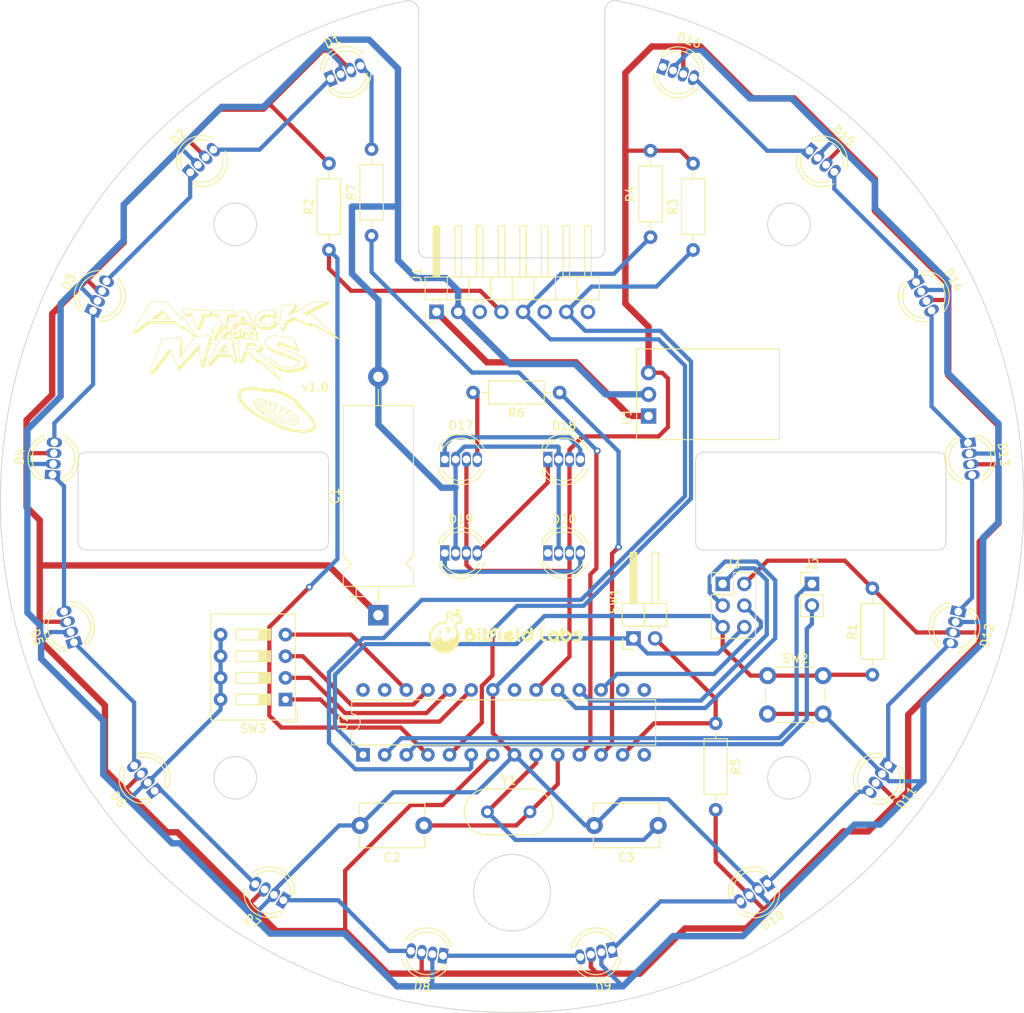
<source format=kicad_pcb>
(kicad_pcb (version 20211014) (generator pcbnew)
  (layers (0 "F.Cu" signal) (31 "B.Cu" signal) (34 "B.Paste" user) (35 "F.Paste" user) (36 "B.SilkS" user "B.Silkscreen") (37 "F.SilkS" user "F.Silkscreen") (38 "B.Mask" user) (39 "F.Mask" user) (44 "Edge.Cuts" user))
  (net 0 "")
  (net 1 "+5V")
  (net 2 "GND")
  (net 3 "Net-(C2-Pad1)")
  (net 4 "Net-(C3-Pad1)")
  (net 5 "Net-(D1-Pad1)")
  (net 6 "Net-(D1-Pad4)")
  (net 7 "Net-(D3-Pad4)")
  (net 8 "Net-(D3-Pad1)")
  (net 9 "Net-(D4-Pad1)")
  (net 10 "Net-(D5-Pad1)")
  (net 11 "Net-(D7-Pad4)")
  (net 12 "Net-(D7-Pad1)")
  (net 13 "Net-(D8-Pad1)")
  (net 14 "Net-(D9-Pad1)")
  (net 15 "Net-(D11-Pad4)")
  (net 16 "Net-(D11-Pad1)")
  (net 17 "Net-(D12-Pad1)")
  (net 18 "Net-(D13-Pad1)")
  (net 19 "Net-(D15-Pad4)")
  (net 20 "Net-(D15-Pad1)")
  (net 22 "Net-(D18-Pad4)")
  (net 23 "Net-(D17-Pad4)")
  (net 24 "Net-(D18-Pad1)")
  (net 25 "Net-(D19-Pad1)")
  (net 27 "+12V")
  (net 29 "/CLK")
  (net 30 "/DATA")
  (net 32 "/FLASH")
  (net 34 "/RX")
  (net 35 "/TX")
  (net 36 "/MISO")
  (net 37 "/SCK")
  (net 38 "/MOSI")
  (net 39 "/RESET")
  (net 40 "Net-(R5-Pad1)")
  (net 41 "Net-(R6-Pad1)")
  (net 42 "Net-(R7-Pad1)")
  (net 43 "Net-(U2-Pad23)")
  (net 44 "Net-(U2-Pad24)")
  (net 45 "Net-(U2-Pad25)")
  (net 46 "Net-(U2-Pad26)")
  (footprint "LED_THT:LED_D5.0mm-4_RGB" (layer "F.Cu") (at 129.972258 144.897496 -146.2)
    (fp_text reference "D10")
    (fp_text value "APA-106-F5")
  )
  (footprint "Resistor_THT:R_Axial_DIN0207_L6.3mm_D2.5mm_P10.16mm_Horizontal" (layer "F.Cu") (at 116.25 69 90)
    (fp_text reference "R4")
    (fp_text value "1k")
  )
  (footprint "LED_THT:LED_D5.0mm-4_RGB" (layer "F.Cu") (at 58.029219 134.031652 129.1)
    (fp_text reference "D6")
    (fp_text value "APA-106-F5")
  )
  (footprint "LED_THT:LED_D5.0mm-4_RGB" (layer "F.Cu") (at 92.1 106.1)
    (fp_text reference "D19")
    (fp_text value "APA-106-F5")
  )
  (footprint "LED_THT:LED_D5.0mm-4_RGB" (layer "F.Cu") (at 104.2 106.1)
    (fp_text reference "D20")
    (fp_text value "APA-106-F5")
  )
  (footprint "Resistor_THT:R_Axial_DIN0207_L6.3mm_D2.5mm_P10.16mm_Horizontal" (layer "F.Cu") (at 123.9 126.1 -90)
    (fp_text reference "R5")
    (fp_text value "1k")
  )
  (footprint "LED_THT:LED_D5.0mm-4_RGB" (layer "F.Cu") (at 117.698266 49.007438 -19.2)
    (fp_text reference "D16")
    (fp_text value "APA-106-F5")
  )
  (footprint "LED_THT:LED_D5.0mm-4_RGB" (layer "F.Cu") (at 92.1 95.1)
    (fp_text reference "D17")
    (fp_text value "APA-106-F5")
  )
  (footprint "Resistor_THT:R_Axial_DIN0207_L6.3mm_D2.5mm_P10.16mm_Horizontal" (layer "F.Cu") (at 83.5 68.83 90)
    (fp_text reference "R7")
    (fp_text value "220")
  )
  (footprint "bfl:saucer" (layer "F.Cu") (at 72.5 89.1 -25)
    (fp_text reference "G***" hide)
    (fp_text value "LOGO" hide)
  )
  (footprint "LED_THT:LED_D5.0mm-4_RGB" (layer "F.Cu") (at 104.2 95.1)
    (fp_text reference "D18")
    (fp_text value "APA-106-F5")
  )
  (footprint "LED_THT:LED_D5.0mm-4_RGB" (layer "F.Cu") (at 48.564795 116.591332 107.9)
    (fp_text reference "D5")
    (fp_text value "APA-106-F5")
  )
  (footprint "Button_Switch_THT:SW_PUSH_6mm_H9.5mm" (layer "F.Cu") (at 130 120.5)
    (fp_text reference "SW2")
    (fp_text value "SW_Push")
  )
  (footprint "Connector_PinHeader_2.54mm:PinHeader_2x03_P2.54mm_Vertical" (layer "F.Cu") (at 124.725 109.725)
    (fp_text reference "J3")
    (fp_text value "Conn_02x03_Odd_Even")
  )
  (footprint "Capacitor_THT:C_Disc_D7.5mm_W5.0mm_P7.50mm" (layer "F.Cu") (at 117.15 138.1 180)
    (fp_text reference "C3")
    (fp_text value "22pF")
  )
  (footprint "LED_THT:LED_D5.0mm-4_RGB" (layer "F.Cu") (at 152.381515 112.965972 -103.9)
    (fp_text reference "D12")
    (fp_text value "APA-106-F5")
  )
  (footprint "LED_THT:LED_D5.0mm-4_RGB" (layer "F.Cu") (at 78.702036 50.369216 23.2)
    (fp_text reference "D1")
    (fp_text value "APA-106-F5")
  )
  (footprint "Resistor_THT:R_Axial_DIN0207_L6.3mm_D2.5mm_P10.16mm_Horizontal" (layer "F.Cu") (at 78.5 70.5 90)
    (fp_text reference "R2")
    (fp_text value "1k")
  )
  (footprint "LED_THT:LED_D5.0mm-4_RGB" (layer "F.Cu") (at 91.895849 153.401524 171.4)
    (fp_text reference "D8")
    (fp_text value "APA-106-F5")
  )
  (footprint "Resistor_THT:R_Axial_DIN0207_L6.3mm_D2.5mm_P10.16mm_Horizontal" (layer "F.Cu") (at 121.25 70.5 90)
    (fp_text reference "R3")
    (fp_text value "1k")
  )
  (footprint "Converter_DCDC:Converter_DCDC_Murata_OKI-78SR_Horizontal" (layer "F.Cu") (at 116.02 90 90)
    (fp_text reference "U1")
    (fp_text value "OKI-78SR-5_1.5-W36-C")
  )
  (footprint "Connector_PinHeader_2.54mm:PinHeader_1x08_P2.54mm_Horizontal" (layer "F.Cu") (at 91.125 77.775 90)
    (fp_text reference "J1")
    (fp_text value "Conn_01x08_Male")
  )
  (footprint "Resistor_THT:R_Axial_DIN0207_L6.3mm_D2.5mm_P10.16mm_Horizontal" (layer "F.Cu") (at 105.58 87.25 180)
    (fp_text reference "R6")
    (fp_text value "220")
  )
  (footprint "LED_THT:LED_D5.0mm-4_RGB" (layer "F.Cu") (at 73.146895 146.881881 150.2)
    (fp_text reference "D7")
    (fp_text value "APA-106-F5")
  )
  (footprint "Connector_PinHeader_2.54mm:PinHeader_1x02_P2.54mm_Horizontal" (layer "F.Cu") (at 114.25 116.125 90)
    (fp_text reference "SW1")
    (fp_text value "Vibration Sensor")
  )
  (footprint "LED_THT:LED_D5.0mm-4_RGB" (layer "F.Cu") (at 147.427862 74.265277 -61.5)
    (fp_text reference "D14")
    (fp_text value "APA-106-F5")
  )
  (footprint "LED_THT:LED_D5.0mm-4_RGB" (layer "F.Cu") (at 62.206663 61.391611 44.4)
    (fp_text reference "D2")
    (fp_text value "APA-106-F5")
  )
  (footprint "Button_Switch_THT:SW_DIP_SPSTx04_Slide_9.78x12.34mm_W7.62mm_P2.54mm" (layer "F.Cu") (at 73.4 123.3 180)
    (fp_text reference "SW3")
    (fp_text value "SW_DIP_x04")
  )
  (footprint "LED_THT:LED_D5.0mm-4_RGB" (layer "F.Cu") (at 153.520786 93.154143 -82.7)
    (fp_text reference "D13")
    (fp_text value "APA-106-F5")
  )
  (footprint "Capacitor_THT:CP_Axial_L21.0mm_D8.0mm_P28.00mm_Horizontal" (layer "F.Cu") (at 84.3 113.4 90)
    (fp_text reference "C1")
    (fp_text value "100uF")
  )
  (footprint "LED_THT:LED_D5.0mm-4_RGB" (layer "F.Cu") (at 111.723763 152.709117 -167.4)
    (fp_text reference "D9")
    (fp_text value "APA-106-F5")
  )
  (footprint "Resistor_THT:R_Axial_DIN0207_L6.3mm_D2.5mm_P10.16mm_Horizontal" (layer "F.Cu") (at 142.3 120.4 90)
    (fp_text reference "R1")
    (fp_text value "10k")
  )
  (footprint "Connector_PinHeader_2.54mm:PinHeader_1x02_P2.54mm_Vertical" (layer "F.Cu") (at 135.2 109.725)
    (fp_text reference "J2")
    (fp_text value "Conn_01x02_Male")
  )
  (footprint "Capacitor_THT:C_Disc_D7.5mm_W5.0mm_P7.50mm" (layer "F.Cu") (at 89.65 138.1 180)
    (fp_text reference "C2")
    (fp_text value "22pF")
  )
  (footprint "LED_THT:LED_D5.0mm-4_RGB" (layer "F.Cu") (at 134.92234 58.852324 -40.4)
    (fp_text reference "D15")
    (fp_text value "APA-106-F5")
  )
  (footprint "LED_THT:LED_D5.0mm-4_RGB" (layer "F.Cu") (at 50.806757 77.63936 65.5)
    (fp_text reference "D3")
    (fp_text value "APA-106-F5")
  )
  (footprint "LED_THT:LED_D5.0mm-4_RGB" (layer "F.Cu") (at 46.046296 96.907235 86.7)
    (fp_text reference "D4")
    (fp_text value "APA-106-F5")
  )
  (footprint "bfl:bl_logo" (layer "F.Cu") (at 99.25 115.25)
    (fp_text reference "G***" hide)
    (fp_text value "LOGO" hide)
  )
  (footprint "LED_THT:LED_D5.0mm-4_RGB" (layer "F.Cu") (at 144.156721 131.024014 -125.1)
    (fp_text reference "D11")
    (fp_text value "APA-106-F5")
  )
  (footprint "Crystal:Resonator-2Pin_W10.0mm_H5.0mm" (layer "F.Cu") (at 97.1 136.5)
    (fp_text reference "Y1")
    (fp_text value "Crystal")
  )
  (footprint "bfl:afm_logo_s" (layer "F.Cu") (at 67.9 81.5)
    (fp_text reference "G***" hide)
    (fp_text value "LOGO" hide)
  )
  (footprint "Package_DIP:DIP-28_W7.62mm" (layer "F.Cu") (at 82.5 129.8 90)
    (fp_text reference "U2")
    (fp_text value "ATmega328P-P")
  )
  (gr_line (start 150 94.25) (end 122.5 94.25) (layer "Edge.Cuts") (width 0.1))
  (gr_circle (center 132.5 132.5) (end 135 132.5) (layer "Edge.Cuts") (width 0.1) (fill none))
  (gr_arc (start 121.55 95.2) (mid 121.828249 94.528249) (end 122.5 94.25) (layer "Edge.Cuts") (width 0.1))
  (gr_arc (start 112.4471 41.23418) (mid 100.043164 160.069543) (end 87.468458 41.252129) (layer "Edge.Cuts") (width 0.1))
  (gr_arc (start 87.468458 41.25213) (mid 88.542396 41.46573) (end 89.026697 42.44778) (layer "Edge.Cuts") (width 0.1))
  (gr_circle (center 100 146) (end 104.5 146) (layer "Edge.Cuts") (width 0.1) (fill none))
  (gr_line (start 89.988861 71.409944) (end 109.888861 71.409944) (layer "Edge.Cuts") (width 0.1))
  (gr_arc (start 150 94.25) (mid 150.671751 94.528249) (end 150.95 95.2) (layer "Edge.Cuts") (width 0.1))
  (gr_line (start 122.5 105.75) (end 150 105.75) (layer "Edge.Cuts") (width 0.1))
  (gr_arc (start 110.888861 70.42983) (mid 110.594739 71.129942) (end 109.888861 71.409944) (layer "Edge.Cuts") (width 0.1))
  (gr_arc (start 122.5 105.75) (mid 121.828249 105.471751) (end 121.55 104.8) (layer "Edge.Cuts") (width 0.1))
  (gr_circle (center 132.5 67.5) (end 135 67.5) (layer "Edge.Cuts") (width 0.1) (fill none))
  (gr_circle (center 67.5 132.5) (end 70 132.5) (layer "Edge.Cuts") (width 0.1) (fill none))
  (gr_line (start 78.45 95.2) (end 78.45 104.8) (layer "Edge.Cuts") (width 0.1))
  (gr_arc (start 49.05 95.2) (mid 49.328249 94.528249) (end 50 94.25) (layer "Edge.Cuts") (width 0.1))
  (gr_line (start 77.5 94.25) (end 50 94.25) (layer "Edge.Cuts") (width 0.1))
  (gr_arc (start 89.988861 71.409944) (mid 89.308508 71.128133) (end 89.026697 70.44778) (layer "Edge.Cuts") (width 0.1))
  (gr_line (start 110.888861 42.42983) (end 110.888861 70.42983) (layer "Edge.Cuts") (width 0.1))
  (gr_arc (start 50 105.75) (mid 49.328249 105.471751) (end 49.05 104.8) (layer "Edge.Cuts") (width 0.1))
  (gr_arc (start 150.95 104.8) (mid 150.671751 105.471751) (end 150 105.75) (layer "Edge.Cuts") (width 0.1))
  (gr_line (start 49.05 95.2) (end 49.05 104.8) (layer "Edge.Cuts") (width 0.1))
  (gr_arc (start 110.888861 42.42983) (mid 111.373162 41.44778) (end 112.4471 41.23418) (layer "Edge.Cuts") (width 0.1))
  (gr_arc (start 78.45 104.8) (mid 78.171751 105.471751) (end 77.5 105.75) (layer "Edge.Cuts") (width 0.1))
  (gr_line (start 150.95 95.2) (end 150.95 104.8) (layer "Edge.Cuts") (width 0.1))
  (gr_circle (center 67.5 67.5) (end 70 67.5) (layer "Edge.Cuts") (width 0.1) (fill none))
  (gr_line (start 121.55 95.2) (end 121.55 104.8) (layer "Edge.Cuts") (width 0.1))
  (gr_arc (start 77.5 94.25) (mid 78.171751 94.528249) (end 78.45 95.2) (layer "Edge.Cuts") (width 0.1))
  (gr_line (start 89.026697 42.44778) (end 89.026697 70.44778) (layer "Edge.Cuts") (width 0.1))
  (gr_line (start 50 105.75) (end 77.5 105.75) (layer "Edge.Cuts") (width 0.1))
  (gr_text "v1.0" (at 76.9 86.6) (layer "F.SilkS") (effects (font (size 1 1))))
  (segment (start 129.99 107) (end 139.06 107) (width 0.5) (layer "F.Cu") (net 1))
  (segment (start 118.3 91.3) (end 118.3 85.6) (width 0.5) (layer "F.Cu") (net 1))
  (segment (start 157.1 102.6) (end 154.9 104.8) (width 0.75) (layer "F.Cu") (net 1))
  (segment (start 52.2 124) (end 44.541992 116.341992) (width 0.75) (layer "F.Cu") (net 1))
  (segment (start 51.428058 75.328058) (end 50.05 73.95) (width 0.5) (layer "F.Cu") (net 1))
  (segment (start 138.75 58.35) (end 142.6 62.2) (width 0.75) (layer "F.Cu") (net 1))
  (segment (start 78.5 60.34) (end 71.56 53.4) (width 0.5) (layer "F.Cu") (net 1))
  (segment (start 54.4 69.6) (end 54.4 65.2) (width 0.75) (layer "F.Cu") (net 1))
  (segment (start 145.25 135.35) (end 141.8 138.8) (width 0.75) (layer "F.Cu") (net 1))
  (segment (start 71.3 53.4) (end 77.6 47.1) (width 0.75) (layer "F.Cu") (net 1))
  (segment (start 94.64 95.1) (end 94.64 106.1) (width 0.5) (layer "F.Cu") (net 1))
  (segment (start 146.5 134.1) (end 145.25 135.35) (width 0.75) (layer "F.Cu") (net 1))
  (segment (start 142.6 65.9) (end 151.2 74.5) (width 0.75) (layer "F.Cu") (net 1))
  (segment (start 116.25 58.84) (end 113.54 58.84) (width 0.5) (layer "F.Cu") (net 1))
  (segment (start 142.696208 133.102114) (end 143.002114 133.102114) (width 0.5) (layer "F.Cu") (net 1))
  (segment (start 116.02 84.92) (end 116.02 79.52) (width 0.75) (layer "F.Cu") (net 1))
  (segment (start 94.64 106.1) (end 94.64 107.5) (width 0.5) (layer "F.Cu") (net 1))
  (segment (start 113.3 58.6) (end 113.3 49.7) (width 0.75) (layer "F.Cu") (net 1))
  (segment (start 50.05 73.95) (end 54.4 69.6) (width 0.75) (layer "F.Cu") (net 1))
  (segment (start 118.3 85.6) (end 117.62 84.92) (width 0.5) (layer "F.Cu") (net 1))
  (segment (start 136.856647 60.243353) (end 138.75 58.35) (width 0.5) (layer "F.Cu") (net 1))
  (segment (start 88.1 135.7) (end 80.4 143.4) (width 0.5) (layer "F.Cu") (net 1))
  (segment (start 117.2 92.4) (end 118.3 91.3) (width 0.5) (layer "F.Cu") (net 1))
  (segment (start 141.8 138.8) (end 138.9 138.8) (width 0.75) (layer "F.Cu") (net 1))
  (segment (start 120.6 46.6) (end 122.1 46.6) (width 0.75) (layer "F.Cu") (net 1))
  (segment (start 148.758226 76.379091) (end 151.020909 76.379091) (width 0.5) (layer "F.Cu") (net 1))
  (segment (start 113.3 49.7) (end 116.4 46.6) (width 0.75) (layer "F.Cu") (net 1))
  (segment (start 78.768036 47.1) (end 77.6 47.1) (width 0.5) (layer "F.Cu") (net 1))
  (segment (start 43 100.7) (end 43 94.4) (width 0.75) (layer "F.Cu") (net 1))
  (segment (start 154.868408 115.431592) (end 154.9 115.4) (width 0.5) (layer "F.Cu") (net 1))
  (segment (start 89 155.5) (end 85.4 155.5) (width 0.75) (layer "F.Cu") (net 1))
  (segment (start 127.5 150.2) (end 120.3 150.2) (width 0.75) (layer "F.Cu") (net 1))
  (segment (start 65.7 53.9) (end 70.8 53.9) (width 0.75) (layer "F.Cu") (net 1))
  (segment (start 80.4 143.4) (end 80.4 150.5) (width 0.5) (layer "F.Cu") (net 1))
  (segment (start 78.458008 107.558008) (end 44.541992 107.558008) (width 0.75) (layer "F.Cu") (net 1))
  (segment (start 44.541992 102.241992) (end 43 100.7) (width 0.75) (layer "F.Cu") (net 1))
  (segment (start 156.673555 95.673555) (end 157.1 96.1) (width 0.5) (layer "F.Cu") (net 1))
  (segment (start 147.491592 115.431592) (end 151.771336 115.431592) (width 0.5) (layer "F.Cu") (net 1))
  (segment (start 80.4 150.5) (end 72.3 150.5) (width 0.75) (layer "F.Cu") (net 1))
  (segment (start 43.028553 94.371447) (end 43 94.4) (width 0.5) (layer "F.Cu") (net 1))
  (segment (start 81.03664 49.368604) (end 78.768036 47.1) (width 0.5) (layer "F.Cu") (net 1))
  (segment (start 113.3 76.8) (end 113.3 58.6) (width 0.75) (layer "F.Cu") (net 1))
  (segment (start 89.384408 155.115592) (end 89 155.5) (width 0.5) (layer "F.Cu") (net 1))
  (segment (start 44.541992 107.558008) (end 44.541992 102.241992) (width 0.75) (layer "F.Cu") (net 1))
  (segment (start 54.55 133.95) (end 52.2 131.6) (width 0.75) (layer "F.Cu") (net 1))
  (segment (start 138.9 138.8) (end 129.65 148.05) (width 0.75) (layer "F.Cu") (net 1))
  (segment (start 44.541992 116.341992) (end 44.541992 114.458008) (width 0.75) (layer "F.Cu") (net 1))
  (segment (start 110 155.5) (end 89 155.5) (width 0.75) (layer "F.Cu") (net 1))
  (segment (start 51.860078 75.328058) (end 51.428058 75.328058) (width 0.5) (layer "F.Cu") (net 1))
  (segment (start 123.9 142.34893) (end 127.861557 146.310487) (width 0.5) (layer "F.Cu") (net 1))
  (segment (start 43 94.4) (end 43 90.5) (width 0.75) (layer "F.Cu") (net 1))
  (segment (start 71.56 53.4) (end 71.3 53.4) (width 0.5) (layer "F.Cu") (net 1))
  (segment (start 47.784109 114.174282) (end 44.825718 114.174282) (width 0.5) (layer "F.Cu") (net 1))
  (segment (start 120.096982 49.842759) (end 120.096982 47.103018) (width 0.5) (layer "F.Cu") (net 1))
  (segment (start 128.2 52.7) (end 133.1 52.7) (width 0.75) (layer "F.Cu") (net 1))
  (segment (start 146.5 125.1) (end 146.5 134.1) (width 0.75) (layer "F.Cu") (net 1))
  (segment (start 70.942771 145.619567) (end 70.880433 145.619567) (width 0.5) (layer "F.Cu") (net 1))
  (segment (start 44.825718 114.174282) (end 44.541992 114.458008) (width 0.5) (layer "F.Cu") (net 1))
  (segment (start 151.771336 115.431592) (end 154.868408 115.431592) (width 0.5) (layer "F.Cu") (net 1))
  (segment (start 151.2 76.2) (end 151.2 85.2) (width 0.75) (layer "F.Cu") (net 1))
  (segment (start 133.1 52.7) (end 138.75 58.35) (width 0.75) (layer "F.Cu") (net 1))
  (segment (start 157.1 91.1) (end 157.1 96.1) (width 0.75) (layer "F.Cu") (net 1))
  (segment (start 120.096982 47.103018) (end 120.6 46.6) (width 0.5) (layer "F.Cu") (net 1))
  (segment (start 84.3 113.4) (end 78.458008 107.558008) (width 0.75) (layer "F.Cu") (net 1))
  (segment (start 89.384408 153.021704) (end 89.384408 155.115592) (width 0.5) (layer "F.Cu") (net 1))
  (segment (start 46 87.5) (end 46 78) (width 0.75) (layer "F.Cu") (net 1))
  (segment (start 151.2 85.2) (end 157.1 91.1) (width 0.75) (layer "F.Cu") (net 1))
  (segment (start 123.9 136.26) (end 123.9 142.34893) (width 0.5) (layer "F.Cu") (net 1))
  (segment (start 154.9 115.4) (end 154.9 116.7) (width 0.75) (layer "F.Cu") (net 1))
  (segment (start 116.25 58.84) (end 119.75 58.84) (width 0.5) (layer "F.Cu") (net 1))
  (segment (start 106.74 95.1) (end 106.74 106.1) (width 0.5) (layer "F.Cu") (net 1))
  (segment (start 43 90.5) (end 46 87.5) (width 0.75) (layer "F.Cu") (net 1))
  (segment (start 85.4 155.5) (end 80.4 150.5) (width 0.75) (layer "F.Cu") (net 1))
  (segment (start 106.68 108.2) (end 106.74 108.14) (width 0.5) (layer "F.Cu") (net 1))
  (segment (start 154.9 104.8) (end 154.9 115.4) (width 0.75) (layer "F.Cu") (net 1))
  (segment (start 97.74 129.8) (end 91.84 135.7) (width 0.5) (layer "F.Cu") (net 1))
  (segment (start 106.74 95.1) (end 106.74 93.96) (width 0.5) (layer "F.Cu") (net 1))
  (segment (start 154.9 116.7) (end 146.5 125.1) (width 0.75) (layer "F.Cu") (net 1))
  (segment (start 91.84 135.7) (end 88.1 135.7) (width 0.5) (layer "F.Cu") (net 1))
  (segment (start 64.014466 59.614466) (end 62 57.6) (width 0.5) (layer "F.Cu") (net 1))
  (segment (start 46.192509 94.371447) (end 43.028553 94.371447) (width 0.5) (layer "F.Cu") (net 1))
  (segment (start 60.7 138.9) (end 59.5 138.9) (width 0.75) (layer "F.Cu") (net 1))
  (segment (start 108.3 92.4) (end 117.2 92.4) (width 0.5) (layer "F.Cu") (net 1))
  (segment (start 116.02 79.52) (end 113.3 76.8) (width 0.75) (layer "F.Cu") (net 1))
  (segment (start 54.4 65.2) (end 62 57.6) (width 0.75) (layer "F.Cu") (net 1))
  (segment (start 70.8 53.9) (end 71.3 53.4) (width 0.75) (layer "F.Cu") (net 1))
  (segment (start 148.639845 76.497472) (end 148.758226 76.379091) (width 0.5) (layer "F.Cu") (net 1))
  (segment (start 129.65 148.05) (end 127.5 150.2) (width 0.75) (layer "F.Cu") (net 1))
  (segment (start 116.4 46.6) (end 120.6 46.6) (width 0.75) (layer "F.Cu") (net 1))
  (segment (start 70.880433 145.619567) (end 69.15 147.35) (width 0.5) (layer "F.Cu") (net 1))
  (segment (start 106.74 118.26) (end 106.74 108.14) (width 0.5) (layer "F.Cu") (net 1))
  (segment (start 139.06 107) (end 142.3 110.24) (width 0.5) (layer "F.Cu") (net 1))
  (segment (start 119.75 58.84) (end 121.25 60.34) (width 0.5) (layer "F.Cu") (net 1))
  (segment (start 127.861557 146.310487) (end 127.910487 146.310487) (width 0.5) (layer "F.Cu") (net 1))
  (segment (start 127.910487 146.310487) (end 129.65 148.05) (width 0.5) (layer "F.Cu") (net 1))
  (segment (start 69.15 147.35) (end 60.7 138.9) (width 0.75) (layer "F.Cu") (net 1))
  (segment (start 142.6 62.2) (end 142.6 65.9) (width 0.75) (layer "F.Cu") (net 1))
  (segment (start 151.2 74.5) (end 151.2 76.2) (width 0.75) (layer "F.Cu") (net 1))
  (segment (start 102.82 122.18) (end 106.74 118.26) (width 0.5) (layer "F.Cu") (net 1))
  (segment (start 109.244934 154.744934) (end 110 155.5) (width 0.5) (layer "F.Cu") (net 1))
  (segment (start 64.021424 59.614466) (end 64.014466 59.614466) (width 0.5) (layer "F.Cu") (net 1))
  (segment (start 59.5 138.9) (end 54.55 133.95) (width 0.75) (layer "F.Cu") (net 1))
  (segment (start 56.427302 132.060494) (end 56.427302 132.072698) (width 0.5) (layer "F.Cu") (net 1))
  (segment (start 62 57.6) (end 65.7 53.9) (width 0.75) (layer "F.Cu") (net 1))
  (segment (start 117.62 84.92) (end 116.02 84.92) (width 0.5) (layer "F.Cu") (net 1))
  (segment (start 142.3 110.24) (end 147.491592 115.431592) (width 0.5) (layer "F.Cu") (net 1))
  (segment (start 113.54 58.84) (end 113.3 58.6) (width 0.5) (layer "F.Cu") (net 1))
  (segment (start 157.1 96.1) (end 157.1 102.6) (width 0.75) (layer "F.Cu") (net 1))
  (segment (start 136.856647 60.498549) (end 136.856647 60.243353) (width 0.5) (layer "F.Cu") (net 1))
  (segment (start 143.002114 133.102114) (end 145.25 135.35) (width 0.5) (layer "F.Cu") (net 1))
  (segment (start 72.3 150.5) (end 69.15 147.35) (width 0.75) (layer "F.Cu") (net 1))
  (segment (start 44.541992 114.458008) (end 44.541992 107.558008) (width 0.75) (layer "F.Cu") (net 1))
  (segment (start 46 78) (end 50.05 73.95) (width 0.75) (layer "F.Cu") (net 1))
  (segment (start 56.427302 132.072698) (end 54.55 133.95) (width 0.5) (layer "F.Cu") (net 1))
  (segment (start 52.2 131.6) (end 52.2 124) (width 0.75) (layer "F.Cu") (net 1))
  (segment (start 127.265 109.725) (end 129.99 107) (width 0.5) (layer "F.Cu") (net 1))
  (segment (start 153.84353 95.673555) (end 156.673555 95.673555) (width 0.5) (layer "F.Cu") (net 1))
  (segment (start 95.34 108.2) (end 106.68 108.2) (width 0.5) (layer "F.Cu") (net 1))
  (segment (start 115 155.5) (end 110 155.5) (width 0.75) (layer "F.Cu") (net 1))
  (segment (start 106.74 93.96) (end 108.3 92.4) (width 0.5) (layer "F.Cu") (net 1))
  (segment (start 122.1 46.6) (end 128.2 52.7) (width 0.75) (layer "F.Cu") (net 1))
  (segment (start 106.74 108.14) (end 106.74 106.1) (width 0.5) (layer "F.Cu") (net 1))
  (segment (start 94.64 107.5) (end 95.34 108.2) (width 0.5) (layer "F.Cu") (net 1))
  (segment (start 109.244934 153.263201) (end 109.244934 154.744934) (width 0.5) (layer "F.Cu") (net 1))
  (segment (start 120.3 150.2) (end 115 155.5) (width 0.75) (layer "F.Cu") (net 1))
  (segment (start 151.020909 76.379091) (end 151.2 76.2) (width 0.5) (layer "F.Cu") (net 1))
  (segment (start 97.74 127.26) (end 100.28 129.8) (width 0.5) (layer "F.Cu") (net 2))
  (segment (start 97.74 122.18) (end 97.74 127.26) (width 0.5) (layer "F.Cu") (net 2))
  (segment (start 130 125) (end 136.5 125) (width 0.5) (layer "F.Cu") (net 2))
  (segment (start 127.9 52.7) (end 122.3 47.1) (width 0.75) (layer "B.Cu") (net 2))
  (segment (start 103.795 116.125) (end 97.74 122.18) (width 0.5) (layer "B.Cu") (net 2))
  (segment (start 135.889494 59.675436) (end 135.889494 59.410506) (width 0.5) (layer "B.Cu") (net 2))
  (segment (start 79.869338 48.569338) (end 77.9 46.6) (width 0.5) (layer "B.Cu") (net 2))
  (segment (start 153.682158 94.413849) (end 156.986151 94.413849) (width 0.5) (layer "B.Cu") (net 2))
  (segment (start 132.8 52.7) (end 127.9 52.7) (width 0.75) (layer "B.Cu") (net 2))
  (segment (start 155.3 104.3) (end 157.1 102.5) (width 0.75) (layer "B.Cu") (net 2))
  (segment (start 90.1 157) (end 113 157) (width 0.75) (layer "B.Cu") (net 2))
  (segment (start 44.7 118.5) (end 52 125.8) (width 0.75) (layer "B.Cu") (net 2))
  (segment (start 61.1 58.5) (end 54.4 65.2) (width 0.75) (layer "B.Cu") (net 2))
  (segment (start 143.2 138) (end 148.3 132.9) (width 0.75) (layer "B.Cu") (net 2))
  (segment (start 84.3 85.4) (end 84.3 76.4) (width 0.75) (layer "B.Cu") (net 2))
  (segment (start 93.37 94.612) (end 94.382 93.6) (width 0.5) (layer "B.Cu") (net 2))
  (segment (start 51.333417 76.483709) (end 50.983709 76.483709) (width 0.5) (layer "B.Cu") (net 2))
  (segment (start 86.5 157) (end 90.1 157) (width 0.75) (layer "B.Cu") (net 2))
  (segment (start 148.215229 75.2) (end 151.1 75.2) (width 0.5) (layer "B.Cu") (net 2))
  (segment (start 72.044833 146.250724) (end 70.35 147.945557) (width 0.5) (layer "B.Cu") (net 2))
  (segment (start 105.47 93.7) (end 105.47 95.1) (width 0.5) (layer "B.Cu") (net 2))
  (segment (start 114.25 116.25) (end 114.25 116.125) (width 0.5) (layer "B.Cu") (net 2))
  (segment (start 116.02 87.46) (end 110.96 87.46) (width 0.75) (layer "B.Cu") (net 2))
  (segment (start 88.7 73.8) (end 86.6 71.7) (width 0.75) (layer "B.Cu") (net 2))
  (segment (start 110.484349 154.484349) (end 113 157) (width 0.5) (layer "B.Cu") (net 2))
  (segment (start 48.174452 115.382807) (end 45.817193 115.382807) (width 0.5) (layer "B.Cu") (net 2))
  (segment (start 151.1 84.9) (end 151.1 75.2) (width 0.75) (layer "B.Cu") (net 2))
  (segment (start 79.7 138.1) (end 82.15 138.1) (width 0.5) (layer "B.Cu") (net 2))
  (segment (start 136.5 125) (end 143.426464 131.926464) (width 0.5) (layer "B.Cu") (net 2))
  (segment (start 110.96 87.46) (end 107.4 83.9) (width 0.75) (layer "B.Cu") (net 2))
  (segment (start 70.35 149.55) (end 71.6 150.8) (width 0.75) (layer "B.Cu") (net 2))
  (segment (start 43.1 113.1) (end 44.7 114.7) (width 0.75) (layer "B.Cu") (net 2))
  (segment (start 108.58 138.1) (end 100.28 129.8) (width 0.5) (layer "B.Cu") (net 2))
  (segment (start 143.426464 131.926464) (end 143.426464 132.063064) (width 0.5) (layer "B.Cu") (net 2))
  (segment (start 78.7 45.8) (end 77.9 46.6) (width 0.75) (layer "B.Cu") (net 2))
  (segment (start 135.889494 59.410506) (end 137.7 57.6) (width 0.5) (layer "B.Cu") (net 2))
  (segment (start 113 157) (end 118.9 151.1) (width 0.75) (layer "B.Cu") (net 2))
  (segment (start 72.044833 145.755167) (end 79.7 138.1) (width 0.5) (layer "B.Cu") (net 2))
  (segment (start 47 76.8) (end 47 87.7) (width 0.75) (layer "B.Cu") (net 2))
  (segment (start 94.382 93.6) (end 105.37 93.6) (width 0.5) (layer "B.Cu") (net 2))
  (segment (start 83.2 45.8) (end 78.7 45.8) (width 0.75) (layer "B.Cu") (net 2))
  (segment (start 157.1 94.3) (end 157.1 90.9) (width 0.75) (layer "B.Cu") (net 2))
  (segment (start 127.1 151.1) (end 130.55 147.65) (width 0.75) (layer "B.Cu") (net 2))
  (segment (start 152.076425 114.198782) (end 155.298782 114.198782) (width 0.5) (layer "B.Cu") (net 2))
  (segment (start 95.88 134.2) (end 86.05 134.2) (width 0.5) (layer "B.Cu") (net 2))
  (segment (start 63.114043 60.503039) (end 63.103039 60.503039) (width 0.5) (layer "B.Cu") (net 2))
  (segment (start 65.78 123.3) (end 65.78 124.494334) (width 0.5) (layer "B.Cu") (net 2))
  (segment (start 92.2 73.8) (end 88.7 73.8) (width 0.75) (layer "B.Cu") (net 2))
  (segment (start 157.1 90.9) (end 151.1 84.9) (width 0.75) (layer "B.Cu") (net 2))
  (segment (start 86.6 49.2) (end 83.2 45.8) (width 0.75) (layer "B.Cu") (net 2))
  (segment (start 128.916908 145.603991) (end 128.916908 146.016908) (width 0.5) (layer "B.Cu") (net 2))
  (segment (start 86.6 71.7) (end 86.6 65.4) (width 0.75) (layer "B.Cu") (net 2))
  (segment (start 148.033854 75.381375) (end 148.215229 75.2) (width 0.5) (layer "B.Cu") (net 2))
  (segment (start 115.9 117.9) (end 114.25 116.25) (width 0.5) (layer "B.Cu") (net 2))
  (segment (start 84.3 85.4) (end 84.3 91) (width 0.75) (layer "B.Cu") (net 2))
  (segment (start 155.3 116.6) (end 155.3 114.2) (width 0.75) (layer "B.Cu") (net 2))
  (segment (start 55 135.1) (end 60.1 140.2) (width 0.75) (layer "B.Cu") (net 2))
  (segment (start 65.9 53.7) (end 61.1 58.5) (width 0.75) (layer "B.Cu") (net 2))
  (segment (start 49.15 74.65) (end 47 76.8) (width 0.75) (layer "B.Cu") (net 2))
  (segment (start 130.55 147.65) (end 140.2 138) (width 0.75) (layer "B.Cu") (net 2))
  (segment (start 156.986151 94.413849) (end 157.1 94.3) (width 0.5) (layer "B.Cu") (net 2))
  (segment (start 93.665 77.775) (end 93.665 75.265) (width 0.75) (layer "B.Cu") (net 2))
  (segment (start 65.78 124.494334) (end 57.228261 133.046073) (width 0.5) (layer "B.Cu") (net 2))
  (segment (start 124.17 117.9) (end 115.9 117.9) (width 0.5) (layer "B.Cu") (net 2))
  (segment (start 79.869338 49.86891) (end 79.869338 48.569338) (width 0.5) (layer "B.Cu") (net 2))
  (segment (start 148.3 132.9) (end 148.3 123.6) (width 0.75) (layer "B.Cu") (net 2))
  (segment (start 137.7 57.6) (end 142.6 62.5) (width 0.75) (layer "B.Cu") (net 2))
  (segment (start 143.426464 132.063064) (end 144.2634 132.9) (width 0.5) (layer "B.Cu") (net 2))
  (segment (start 118.9 151.1) (end 127.1 151.1) (width 0.75) (layer "B.Cu") (net 2))
  (segment (start 90.640128 156.459872) (end 90.1 157) (width 0.5) (layer "B.Cu") (net 2))
  (segment (start 140.2 138) (end 143.2 138) (width 0.75) (layer "B.Cu") (net 2))
  (segment (start 70.35 147.945557) (end 70.35 149.55) (width 0.5) (layer "B.Cu") (net 2))
  (segment (start 105.47 95.1) (end 105.47 106.1) (width 0.5) (layer "B.Cu") (net 2))
  (segment (start 144.2634 132.9) (end 148.3 132.9) (width 0.5) (layer "B.Cu") (net 2))
  (segment (start 77.9 46.6) (end 70.8 53.7) (width 0.75) (layer "B.Cu") (net 2))
  (segment (start 84.3 76.4) (end 81.2 73.3) (width 0.75) (layer "B.Cu") (net 2))
  (segment (start 84.3 91) (end 91.73 98.43) (width 0.75) (layer "B.Cu") (net 2))
  (segment (start 93.37 95.1) (end 93.37 94.612) (width 0.5) (layer "B.Cu") (net 2))
  (segment (start 60.1 140.2) (end 61 140.2) (width 0.75) (layer "B.Cu") (net 2))
  (segment (start 142.6 62.5) (end 142.6 65.6) (width 0.75) (layer "B.Cu") (net 2))
  (segment (start 142.6 65.6) (end 151.1 74.1) (width 0.75) (layer "B.Cu") (net 2))
  (segment (start 45.817193 115.382807) (end 44.7 116.5) (width 0.5) (layer "B.Cu") (net 2))
  (segment (start 43.1 95.5) (end 43.1 113.1) (width 0.75) (layer "B.Cu") (net 2))
  (segment (start 81.2 73.3) (end 81.2 65.4) (width 0.75) (layer "B.Cu") (net 2))
  (segment (start 57.053927 133.046073) (end 55 135.1) (width 0.5) (layer "B.Cu") (net 2))
  (segment (start 61 140.2) (end 70.35 149.55) (width 0.75) (layer "B.Cu") (net 2))
  (segment (start 52 132.1) (end 55 135.1) (width 0.75) (layer "B.Cu") (net 2))
  (segment (start 100.28 129.8) (end 95.88 134.2) (width 0.5) (layer "B.Cu") (net 2))
  (segment (start 52 125.8) (end 52 132.1) (width 0.75) (layer "B.Cu") (net 2))
  (segment (start 118.897624 49.425099) (end 118.897624 49.102376) (width 0.5) (layer "B.Cu") (net 2))
  (segment (start 109.65 138.1) (end 108.58 138.1) (width 0.5) (layer "B.Cu") (net 2))
  (segment (start 128.916908 146.016908) (end 130.55 147.65) (width 0.5) (layer "B.Cu") (net 2))
  (segment (start 46.119402 95.639341) (end 43.239341 95.639341) (width 0.5) (layer "B.Cu") (net 2))
  (segment (start 137.7 57.6) (end 132.8 52.7) (width 0.75) (layer "B.Cu") (net 2))
  (segment (start 43.239341 95.639341) (end 43.1 95.5) (width 0.5) (layer "B.Cu") (net 2))
  (segment (start 54.4 65.2) (end 54.4 69.4) (width 0.75) (layer "B.Cu") (net 2))
  (segment (start 151.1 74.1) (end 151.1 75.2) (width 0.75) (layer "B.Cu") (net 2))
  (segment (start 81.2 65.4) (end 86.6 65.4) (width 0.75) (layer "B.Cu") (net 2))
  (segment (start 57.228261 133.046073) (end 57.053927 133.046073) (width 0.5) (layer "B.Cu") (net 2))
  (segment (start 44.7 114.7) (end 44.7 116.5) (width 0.75) (layer "B.Cu") (net 2))
  (segment (start 63.103039 60.503039) (end 61.1 58.5) (width 0.5) (layer "B.Cu") (net 2))
  (segment (start 80.3 150.8) (end 86.5 157) (width 0.75) (layer "B.Cu") (net 2))
  (segment (start 112.74 135.01) (end 109.65 138.1) (width 0.5) (layer "B.Cu") (net 2))
  (segment (start 105.37 93.6) (end 105.47 93.7) (width 0.5) (layer "B.Cu") (net 2))
  (segment (start 128.916908 145.603991) (end 118.322917 135.01) (width 0.5) (layer "B.Cu") (net 2))
  (segment (start 110.484349 152.986159) (end 110.484349 154.484349) (width 0.5) (layer "B.Cu") (net 2))
  (segment (start 148.3 123.6) (end 155.3 116.6) (width 0.75) (layer "B.Cu") (net 2))
  (segment (start 107.4 83.9) (end 99.79 83.9) (width 0.75) (layer "B.Cu") (net 2))
  (segment (start 54.4 69.4) (end 49.15 74.65) (width 0.75) (layer "B.Cu") (net 2))
  (segment (start 127.265 114.805) (end 124.17 117.9) (width 0.5) (layer "B.Cu") (net 2))
  (segment (start 44.7 116.5) (end 44.7 118.5) (width 0.75) (layer "B.Cu") (net 2))
  (segment (start 43.1 91.6) (end 43.1 95.5) (width 0.75) (layer "B.Cu") (net 2))
  (segment (start 118.322917 135.01) (end 112.74 135.01) (width 0.5) (layer "B.Cu") (net 2))
  (segment (start 93.37 98.43) (end 93.37 106.1) (width 0.5) (layer "B.Cu") (net 2))
  (segment (start 99.79 83.9) (end 93.665 77.775) (width 0.75) (layer "B.Cu") (net 2))
  (segment (start 50.983709 76.483709) (end 49.15 74.65) (width 0.5) (layer "B.Cu") (net 2))
  (segment (start 90.640128 153.211614) (end 90.640128 156.459872) (width 0.5) (layer "B.Cu") (net 2))
  (segment (start 118.897624 49.102376) (end 120.9 47.1) (width 0.5) (layer "B.Cu") (net 2))
  (segment (start 155.3 114.2) (end 155.3 104.3) (width 0.75) (layer "B.Cu") (net 2))
  (segment (start 120.9 47.1) (end 122.3 47.1) (width 0.5) (layer "B.Cu") (net 2))
  (segment (start 82.15 138.1) (end 86.05 134.2) (width 0.5) (layer "B.Cu") (net 2))
  (segment (start 72.044833 146.250724) (end 72.044833 145.755167) (width 0.5) (layer "B.Cu") (net 2))
  (segment (start 93.37 95.1) (end 93.37 98.43) (width 0.5) (layer "B.Cu") (net 2))
  (segment (start 157.1 102.5) (end 157.1 94.3) (width 0.75) (layer "B.Cu") (net 2))
  (segment (start 47 87.7) (end 43.1 91.6) (width 0.75) (layer "B.Cu") (net 2))
  (segment (start 91.73 98.43) (end 93.37 98.43) (width 0.75) (layer "B.Cu") (net 2))
  (segment (start 70.8 53.7) (end 65.9 53.7) (width 0.75) (layer "B.Cu") (net 2))
  (segment (start 86.6 65.4) (end 86.6 49.2) (width 0.75) (layer "B.Cu") (net 2))
  (segment (start 71.6 150.8) (end 80.3 150.8) (width 0.75) (layer "B.Cu") (net 2))
  (segment (start 93.665 75.265) (end 92.2 73.8) (width 0.75) (layer "B.Cu") (net 2))
  (segment (start 65.78 115.68) (end 65.78 123.3) (width 0.5) (layer "B.Cu") (net 2))
  (segment (start 155.298782 114.198782) (end 155.3 114.2) (width 0.5) (layer "B.Cu") (net 2))
  (segment (start 114.25 116.125) (end 103.795 116.125) (width 0.5) (layer "B.Cu") (net 2))
  (segment (start 102.1 136.5) (end 105.36 133.24) (width 0.5) (layer "F.Cu") (net 3))
  (segment (start 100.5 138.1) (end 89.65 138.1) (width 0.5) (layer "F.Cu") (net 3))
  (segment (start 105.36 133.24) (end 105.36 129.8) (width 0.5) (layer "F.Cu") (net 3))
  (segment (start 102.1 136.5) (end 100.5 138.1) (width 0.5) (layer "F.Cu") (net 3))
  (segment (start 97.1 136.5) (end 102.82 130.78) (width 0.5) (layer "F.Cu") (net 4))
  (segment (start 102.82 130.78) (end 102.82 129.8) (width 0.5) (layer "F.Cu") (net 4))
  (segment (start 100.4 139.8) (end 115.45 139.8) (width 0.5) (layer "B.Cu") (net 4))
  (segment (start 97.1 136.5) (end 100.4 139.8) (width 0.5) (layer "B.Cu") (net 4))
  (segment (start 115.45 139.8) (end 117.15 138.1) (width 0.5) (layer "B.Cu") (net 4))
  (segment (start 70.345358 58.725894) (end 78.702036 50.369216) (width 0.5) (layer "B.Cu") (net 5))
  (segment (start 64.928804 58.725894) (end 70.345358 58.725894) (width 0.5) (layer "B.Cu") (net 5))
  (segment (start 83.5 58.67) (end 83.5 50.164355) (width 0.5) (layer "B.Cu") (net 6))
  (segment (start 83.5 50.164355) (end 82.203942 48.868297) (width 0.5) (layer "B.Cu") (net 6))
  (segment (start 52.386738 74.113262) (end 62.206663 64.293337) (width 0.5) (layer "B.Cu") (net 7))
  (segment (start 62.206663 64.293337) (end 62.206663 61.391611) (width 0.5) (layer "B.Cu") (net 7))
  (segment (start 52.386738 74.172408) (end 52.386738 74.113262) (width 0.5) (layer "B.Cu") (net 7))
  (segment (start 46.265615 93.103553) (end 46.265615 90.834385) (width 0.5) (layer "B.Cu") (net 8))
  (segment (start 46.265615 90.834385) (end 50.806757 86.293243) (width 0.5) (layer "B.Cu") (net 8))
  (segment (start 50.806757 86.293243) (end 50.806757 77.63936) (width 0.5) (layer "B.Cu") (net 8))
  (segment (start 47.393766 98.254705) (end 46.046296 96.907235) (width 0.5) (layer "B.Cu") (net 9))
  (segment (start 47.393766 112.965757) (end 47.393766 98.254705) (width 0.5) (layer "B.Cu") (net 9))
  (segment (start 55.626344 131.074915) (end 55.626344 123.652881) (width 0.5) (layer "B.Cu") (net 10))
  (segment (start 55.626344 123.652881) (end 48.564795 116.591332) (width 0.5) (layer "B.Cu") (net 10))
  (segment (start 69.840709 144.98841) (end 58.883951 134.031652) (width 0.5) (layer "B.Cu") (net 11))
  (segment (start 58.883951 134.031652) (end 58.029219 134.031652) (width 0.5) (layer "B.Cu") (net 11))
  (segment (start 73.146895 146.881881) (end 79.581881 146.881881) (width 0.5) (layer "B.Cu") (net 12))
  (segment (start 85.531794 152.831794) (end 88.128687 152.831794) (width 0.5) (layer "B.Cu") (net 12))
  (segment (start 79.581881 146.881881) (end 85.531794 152.831794) (width 0.5) (layer "B.Cu") (net 12))
  (segment (start 91.895849 153.401524) (end 107.866801 153.401524) (width 0.5) (layer "B.Cu") (net 13))
  (segment (start 107.866801 153.401524) (end 108.00552 153.540243) (width 0.5) (layer "B.Cu") (net 13))
  (segment (start 117.415898 147.016982) (end 126.806207 147.016982) (width 0.5) (layer "B.Cu") (net 14))
  (segment (start 111.723763 152.709117) (end 117.415898 147.016982) (width 0.5) (layer "B.Cu") (net 14))
  (segment (start 140.72859 134.141164) (end 141.965951 134.141164) (width 0.5) (layer "B.Cu") (net 15))
  (segment (start 129.972258 144.897496) (end 140.72859 134.141164) (width 0.5) (layer "B.Cu") (net 15))
  (segment (start 144.156721 123.973927) (end 151.466246 116.664402) (width 0.5) (layer "B.Cu") (net 16))
  (segment (start 144.156721 131.024014) (end 144.156721 123.973927) (width 0.5) (layer "B.Cu") (net 16))
  (segment (start 154.004902 111.342585) (end 154.004902 96.933261) (width 0.5) (layer "B.Cu") (net 17))
  (segment (start 152.381515 112.965972) (end 154.004902 111.342585) (width 0.5) (layer "B.Cu") (net 17))
  (segment (start 153.520786 93.154143) (end 149.245837 88.879194) (width 0.5) (layer "B.Cu") (net 18))
  (segment (start 149.245837 88.879194) (end 149.245837 77.61357) (width 0.5) (layer "B.Cu") (net 18))
  (segment (start 147.427862 72.927862) (end 137.823801 63.323801) (width 0.5) (layer "B.Cu") (net 19))
  (segment (start 137.823801 63.323801) (end 137.823801 61.321661) (width 0.5) (layer "B.Cu") (net 19))
  (segment (start 147.427862 74.265277) (end 147.427862 72.927862) (width 0.5) (layer "B.Cu") (net 19))
  (segment (start 129.952324 58.852324) (end 121.36042 50.26042) (width 0.5) (layer "B.Cu") (net 20))
  (segment (start 121.36042 50.26042) (end 121.29634 50.26042) (width 0.5) (layer "B.Cu") (net 20))
  (segment (start 134.92234 58.852324) (end 129.952324 58.852324) (width 0.5) (layer "B.Cu") (net 20))
  (segment (start 106.7 92.5) (end 108.01 93.81) (width 0.5) (layer "B.Cu") (net 22))
  (segment (start 92.1 95.1) (end 92.1 93.4) (width 0.5) (layer "B.Cu") (net 22))
  (segment (start 108.01 93.81) (end 108.01 95.1) (width 0.5) (layer "B.Cu") (net 22))
  (segment (start 93 92.5) (end 106.7 92.5) (width 0.5) (layer "B.Cu") (net 22))
  (segment (start 92.1 93.4) (end 93 92.5) (width 0.5) (layer "B.Cu") (net 22))
  (segment (start 95.91 87.74) (end 95.42 87.25) (width 0.5) (layer "F.Cu") (net 23))
  (segment (start 95.91 95.1) (end 95.91 87.74) (width 0.5) (layer "F.Cu") (net 23))
  (segment (start 104.2 97.81) (end 95.91 106.1) (width 0.5) (layer "F.Cu") (net 24))
  (segment (start 104.2 95.1) (end 104.2 97.81) (width 0.5) (layer "F.Cu") (net 24))
  (segment (start 108.01 107.69) (end 108.01 106.1) (width 0.5) (layer "B.Cu") (net 25))
  (segment (start 92.1 107.8) (end 92.6 108.3) (width 0.5) (layer "B.Cu") (net 25))
  (segment (start 92.6 108.3) (end 107.4 108.3) (width 0.5) (layer "B.Cu") (net 25))
  (segment (start 92.1 106.1) (end 92.1 107.8) (width 0.5) (layer "B.Cu") (net 25))
  (segment (start 107.4 108.3) (end 108.01 107.69) (width 0.5) (layer "B.Cu") (net 25))
  (segment (start 97.05 83.7) (end 91.125 77.775) (width 0.75) (layer "F.Cu") (net 27))
  (segment (start 113.8 90) (end 107.5 83.7) (width 0.75) (layer "F.Cu") (net 27))
  (segment (start 107.5 83.7) (end 97.05 83.7) (width 0.75) (layer "F.Cu") (net 27))
  (segment (start 116.02 90) (end 113.8 90) (width 0.75) (layer "F.Cu") (net 27))
  (segment (start 86.92 126.6) (end 72.9 126.6) (width 0.5) (layer "F.Cu") (net 29))
  (segment (start 98.745 77.775) (end 96.27 75.3) (width 0.5) (layer "F.Cu") (net 29))
  (segment (start 71.5 114.8) (end 76.2 110.1) (width 0.5) (layer "F.Cu") (net 29))
  (segment (start 71.5 125.2) (end 71.5 114.8) (width 0.5) (layer "F.Cu") (net 29))
  (segment (start 72.9 126.6) (end 71.5 125.2) (width 0.5) (layer "F.Cu") (net 29))
  (segment (start 78.5 72.7) (end 78.5 70.5) (width 0.5) (layer "F.Cu") (net 29))
  (segment (start 90.12 129.8) (end 86.92 126.6) (width 0.5) (layer "F.Cu") (net 29))
  (segment (start 81.1 75.3) (end 78.5 72.7) (width 0.5) (layer "F.Cu") (net 29))
  (segment (start 96.27 75.3) (end 81.1 75.3) (width 0.5) (layer "F.Cu") (net 29))
  (via (at 76.2 110.1) (size 0.8) (drill 0.4) (layers "F.Cu" "B.Cu") (net 29))
  (segment (start 79.5 71.5) (end 78.5 70.5) (width 0.5) (layer "B.Cu") (net 29))
  (segment (start 79.5 106.8) (end 79.5 71.5) (width 0.5) (layer "B.Cu") (net 29))
  (segment (start 76.2 110.1) (end 79.5 106.8) (width 0.5) (layer "B.Cu") (net 29))
  (segment (start 101.285 77.775) (end 104.51 81) (width 0.5) (layer "B.Cu") (net 30))
  (segment (start 104.51 81) (end 117.2 81) (width 0.5) (layer "B.Cu") (net 30))
  (segment (start 117.2 81) (end 120.3 84.1) (width 0.5) (layer "B.Cu") (net 30))
  (segment (start 78.5 128.4) (end 81.6 131.5) (width 0.5) (layer "B.Cu") (net 30))
  (segment (start 84.9 116.1) (end 82.5 116.1) (width 0.5) (layer "B.Cu") (net 30))
  (segment (start 95.2 131.3) (end 95.2 129.8) (width 0.5) (layer "B.Cu") (net 30))
  (segment (start 105.76 73.3) (end 101.285 77.775) (width 0.5) (layer "B.Cu") (net 30))
  (segment (start 95 131.5) (end 95.2 131.3) (width 0.5) (layer "B.Cu") (net 30))
  (segment (start 116.25 69) (end 111.95 73.3) (width 0.5) (layer "B.Cu") (net 30))
  (segment (start 89.4 111.6) (end 84.9 116.1) (width 0.5) (layer "B.Cu") (net 30))
  (segment (start 81.6 131.5) (end 95 131.5) (width 0.5) (layer "B.Cu") (net 30))
  (segment (start 111.95 73.3) (end 105.76 73.3) (width 0.5) (layer "B.Cu") (net 30))
  (segment (start 120.3 84.1) (end 120.3 99.41005) (width 0.5) (layer "B.Cu") (net 30))
  (segment (start 108.11005 111.6) (end 89.4 111.6) (width 0.5) (layer "B.Cu") (net 30))
  (segment (start 120.3 99.41005) (end 108.11005 111.6) (width 0.5) (layer "B.Cu") (net 30))
  (segment (start 82.5 116.1) (end 78.5 120.1) (width 0.5) (layer "B.Cu") (net 30))
  (segment (start 78.5 120.1) (end 78.5 128.4) (width 0.5) (layer "B.Cu") (net 30))
  (segment (start 96.45 121.702233) (end 96.45 126.01) (width 0.5) (layer "F.Cu") (net 32))
  (segment (start 97.7 120.452233) (end 96.45 121.702233) (width 0.5) (layer "F.Cu") (net 32))
  (segment (start 96.45 126.01) (end 92.66 129.8) (width 0.5) (layer "F.Cu") (net 32))
  (segment (start 97.7 115.8) (end 97.7 120.452233) (width 0.5) (layer "F.Cu") (net 32))
  (via (at 97.7 115.8) (size 0.8) (drill 0.4) (layers "F.Cu" "B.Cu") (net 32))
  (segment (start 106.365 77.775) (end 109.34 74.8) (width 0.5) (layer "B.Cu") (net 32))
  (segment (start 117.4 80) (end 121 83.6) (width 0.5) (layer "B.Cu") (net 32))
  (segment (start 100.6 112.3) (end 97.7 115.2) (width 0.5) (layer "B.Cu") (net 32))
  (segment (start 121 83.6) (end 121 99.7) (width 0.5) (layer "B.Cu") (net 32))
  (segment (start 108.4 112.3) (end 100.6 112.3) (width 0.5) (layer "B.Cu") (net 32))
  (segment (start 108.59 80) (end 117.4 80) (width 0.5) (layer "B.Cu") (net 32))
  (segment (start 106.365 77.775) (end 108.59 80) (width 0.5) (layer "B.Cu") (net 32))
  (segment (start 97.7 115.2) (end 97.7 115.8) (width 0.5) (layer "B.Cu") (net 32))
  (segment (start 121 99.7) (end 108.4 112.3) (width 0.5) (layer "B.Cu") (net 32))
  (segment (start 109.34 74.8) (end 116.95 74.8) (width 0.5) (layer "B.Cu") (net 32))
  (segment (start 116.95 74.8) (end 121.25 70.5) (width 0.5) (layer "B.Cu") (net 32))
  (segment (start 86.99 127.85) (end 85.04 129.8) (width 0.5) (layer "B.Cu") (net 34))
  (segment (start 134.875 109.725) (end 133.4 111.2) (width 0.5) (layer "B.Cu") (net 34))
  (segment (start 135.2 109.725) (end 134.875 109.725) (width 0.5) (layer "B.Cu") (net 34))
  (segment (start 133.4 111.2) (end 133.4 125.81005) (width 0.5) (layer "B.Cu") (net 34))
  (segment (start 133.4 125.81005) (end 131.36005 127.85) (width 0.5) (layer "B.Cu") (net 34))
  (segment (start 131.36005 127.85) (end 86.99 127.85) (width 0.5) (layer "B.Cu") (net 34))
  (segment (start 87.58 129.8) (end 88.83 128.55) (width 0.5) (layer "B.Cu") (net 35))
  (segment (start 88.83 128.55) (end 131.65 128.55) (width 0.5) (layer "B.Cu") (net 35))
  (segment (start 131.65 128.55) (end 134.6 125.6) (width 0.5) (layer "B.Cu") (net 35))
  (segment (start 134.6 115) (end 135.2 114.4) (width 0.5) (layer "B.Cu") (net 35))
  (segment (start 134.6 125.6) (end 134.6 115) (width 0.5) (layer "B.Cu") (net 35))
  (segment (start 135.2 114.4) (end 135.2 112.265) (width 0.5) (layer "B.Cu") (net 35))
  (segment (start 129.9 109.3) (end 128.5 107.9) (width 0.5) (layer "B.Cu") (net 36))
  (segment (start 109.15 123.43) (end 122.17 123.43) (width 0.5) (layer "B.Cu") (net 36))
  (segment (start 126.55 107.9) (end 124.725 109.725) (width 0.5) (layer "B.Cu") (net 36))
  (segment (start 107.9 122.18) (end 109.15 123.43) (width 0.5) (layer "B.Cu") (net 36))
  (segment (start 129.9 115.7) (end 129.9 109.3) (width 0.5) (layer "B.Cu") (net 36))
  (segment (start 122.17 123.43) (end 129.9 115.7) (width 0.5) (layer "B.Cu") (net 36))
  (segment (start 128.5 107.9) (end 126.55 107.9) (width 0.5) (layer "B.Cu") (net 36))
  (segment (start 123.2 110.74) (end 124.725 112.265) (width 0.5) (layer "B.Cu") (net 37))
  (segment (start 123.2 108.9) (end 123.2 110.74) (width 0.5) (layer "B.Cu") (net 37))
  (segment (start 128.689949 107.1) (end 125 107.1) (width 0.5) (layer "B.Cu") (net 37))
  (segment (start 125 107.1) (end 123.2 108.9) (width 0.5) (layer "B.Cu") (net 37))
  (segment (start 105.36 122.18) (end 107.48 124.3) (width 0.5) (layer "B.Cu") (net 37))
  (segment (start 107.48 124.3) (end 122.7 124.3) (width 0.5) (layer "B.Cu") (net 37))
  (segment (start 130.9 109.310051) (end 128.689949 107.1) (width 0.5) (layer "B.Cu") (net 37))
  (segment (start 122.7 124.3) (end 130.9 116.1) (width 0.5) (layer "B.Cu") (net 37))
  (segment (start 130.9 116.1) (end 130.9 109.310051) (width 0.5) (layer "B.Cu") (net 37))
  (segment (start 112.32 120.3) (end 110.44 122.18) (width 0.5) (layer "B.Cu") (net 38))
  (segment (start 129.2 114.2) (end 129.2 114.8) (width 0.5) (layer "B.Cu") (net 38))
  (segment (start 129.2 114.8) (end 123.7 120.3) (width 0.5) (layer "B.Cu") (net 38))
  (segment (start 127.265 112.265) (end 129.2 114.2) (width 0.5) (layer "B.Cu") (net 38))
  (segment (start 123.7 120.3) (end 112.32 120.3) (width 0.5) (layer "B.Cu") (net 38))
  (segment (start 124.725 117.225) (end 128 120.5) (width 0.5) (layer "F.Cu") (net 39))
  (segment (start 124.725 114.805) (end 124.725 117.225) (width 0.5) (layer "F.Cu") (net 39))
  (segment (start 128 120.5) (end 130 120.5) (width 0.5) (layer "F.Cu") (net 39))
  (segment (start 136.5 120.5) (end 130 120.5) (width 0.5) (layer "F.Cu") (net 39))
  (segment (start 136.6 120.4) (end 136.5 120.5) (width 0.5) (layer "F.Cu") (net 39))
  (segment (start 142.3 120.4) (end 136.6 120.4) (width 0.5) (layer "F.Cu") (net 39))
  (segment (start 79.2 126.5) (end 79.2 120.4) (width 0.5) (layer "B.Cu") (net 39))
  (segment (start 82.8 116.8) (end 100.5 116.8) (width 0.5) (layer "B.Cu") (net 39))
  (segment (start 79.2 120.4) (end 82.8 116.8) (width 0.5) (layer "B.Cu") (net 39))
  (segment (start 123.42 113.5) (end 124.725 114.805) (width 0.5) (layer "B.Cu") (net 39))
  (segment (start 100.5 116.8) (end 103.8 113.5) (width 0.5) (layer "B.Cu") (net 39))
  (segment (start 103.8 113.5) (end 123.42 113.5) (width 0.5) (layer "B.Cu") (net 39))
  (segment (start 82.5 129.8) (end 79.2 126.5) (width 0.5) (layer "B.Cu") (net 39))
  (segment (start 116.79 116.125) (end 123.9 123.235) (width 0.5) (layer "F.Cu") (net 40))
  (segment (start 112.98 129.8) (end 116.68 126.1) (width 0.5) (layer "F.Cu") (net 40))
  (segment (start 116.68 126.1) (end 123.9 126.1) (width 0.5) (layer "F.Cu") (net 40))
  (segment (start 123.9 123.235) (end 123.9 126.1) (width 0.5) (layer "F.Cu") (net 40))
  (segment (start 111.73 128.51) (end 110.44 129.8) (width 0.5) (layer "F.Cu") (net 41))
  (segment (start 112.5 105.4) (end 111.73 106.17) (width 0.5) (layer "F.Cu") (net 41))
  (segment (start 111.73 106.17) (end 111.73 128.51) (width 0.5) (layer "F.Cu") (net 41))
  (via (at 112.5 105.4) (size 0.8) (drill 0.4) (layers "F.Cu" "B.Cu") (net 41))
  (segment (start 105.58 87.25) (end 112.3 93.97) (width 0.5) (layer "B.Cu") (net 41))
  (segment (start 112.3 93.97) (end 112.5 94.17) (width 0.5) (layer "B.Cu") (net 41))
  (segment (start 112.5 94.17) (end 112.5 105.4) (width 0.5) (layer "B.Cu") (net 41))
  (segment (start 109.19 128.51) (end 109.19 108.61) (width 0.5) (layer "F.Cu") (net 42))
  (segment (start 109.19 108.61) (end 109.9 107.9) (width 0.5) (layer "F.Cu") (net 42))
  (segment (start 109.9 107.9) (end 109.9 94.2) (width 0.5) (layer "F.Cu") (net 42))
  (segment (start 109.9 94.2) (end 110 94.1) (width 0.5) (layer "F.Cu") (net 42))
  (segment (start 107.9 129.8) (end 109.19 128.51) (width 0.5) (layer "F.Cu") (net 42))
  (via (at 110 94.1) (size 0.8) (drill 0.4) (layers "F.Cu" "B.Cu") (net 42))
  (segment (start 83.5 73.1) (end 83.5 68.83) (width 0.5) (layer "B.Cu") (net 42))
  (segment (start 100.8 84.9) (end 95.3 84.9) (width 0.5) (layer "B.Cu") (net 42))
  (segment (start 110 94.1) (end 100.8 84.9) (width 0.5) (layer "B.Cu") (net 42))
  (segment (start 95.3 84.9) (end 83.5 73.1) (width 0.5) (layer "B.Cu") (net 42))
  (segment (start 80.1 125.9) (end 77.5 123.3) (width 0.5) (layer "F.Cu") (net 43))
  (segment (start 95.2 122.18) (end 91.48 125.9) (width 0.5) (layer "F.Cu") (net 43))
  (segment (start 91.48 125.9) (end 80.1 125.9) (width 0.5) (layer "F.Cu") (net 43))
  (segment (start 77.5 123.3) (end 73.4 123.3) (width 0.5) (layer "F.Cu") (net 43))
  (segment (start 76.26 120.76) (end 73.4 120.76) (width 0.5) (layer "F.Cu") (net 44))
  (segment (start 89.94 124.9) (end 80.4 124.9) (width 0.5) (layer "F.Cu") (net 44))
  (segment (start 92.66 122.18) (end 89.94 124.9) (width 0.5) (layer "F.Cu") (net 44))
  (segment (start 80.4 124.9) (end 76.26 120.76) (width 0.5) (layer "F.Cu") (net 44))
  (segment (start 90.12 122.18) (end 88.4 123.9) (width 0.5) (layer "F.Cu") (net 45))
  (segment (start 75.42 118.22) (end 73.4 118.22) (width 0.5) (layer "F.Cu") (net 45))
  (segment (start 81.1 123.9) (end 75.42 118.22) (width 0.5) (layer "F.Cu") (net 45))
  (segment (start 88.4 123.9) (end 81.1 123.9) (width 0.5) (layer "F.Cu") (net 45))
  (segment (start 73.4 115.68) (end 81.08 115.68) (width 0.5) (layer "F.Cu") (net 46))
  (segment (start 81.08 115.68) (end 87.58 122.18) (width 0.5) (layer "F.Cu") (net 46))
)
</source>
